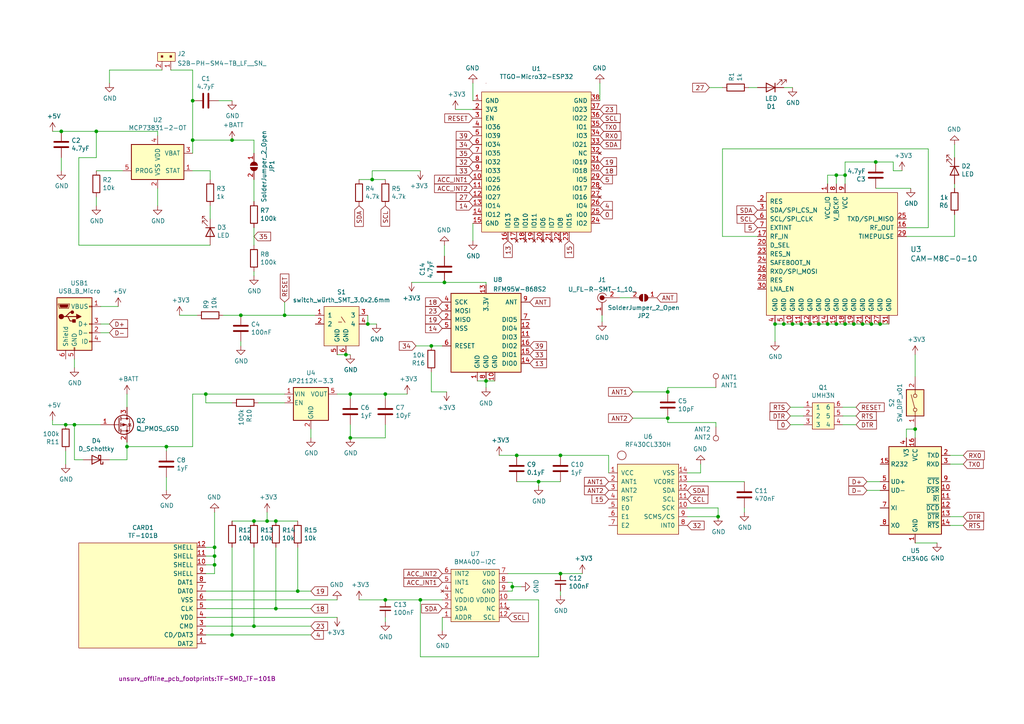
<source format=kicad_sch>
(kicad_sch (version 20211123) (generator eeschema)
  (paper "A4")
  (title_block (title "unsurv offline") (date "2021-05-14") (rev "0.2") (company "unsurv") (comment 1 "on 4.5 cm x 3 cm PCB"))
  (junction (at 254 46.99))
  (junction (at 19.05 123.19))
  (junction (at 111.76 173.99))
  (junction (at 67.31 40.64))
  (junction (at 101.6 127))
  (junction (at 27.94 38.1))
  (junction (at 193.675 121.285))
  (junction (at 67.31 184.15))
  (junction (at 36.83 129.54))
  (junction (at 232.41 93.98))
  (junction (at 73.66 181.61))
  (junction (at 247.65 93.98))
  (junction (at 149.86 132.08))
  (junction (at 111.76 114.3))
  (junction (at 82.55 91.44))
  (junction (at 107.95 52.07))
  (junction (at 193.675 113.665))
  (junction (at 17.78 38.1))
  (junction (at 80.01 151.13))
  (junction (at 252.73 93.98))
  (junction (at 208.28 149.86))
  (junction (at 80.01 176.53))
  (junction (at 245.11 93.98))
  (junction (at 224.79 93.98))
  (junction (at 237.49 93.98))
  (junction (at 162.56 132.08))
  (junction (at 240.03 93.98))
  (junction (at 156.21 139.7))
  (junction (at 55.88 29.21))
  (junction (at 100.33 102.87))
  (junction (at 229.87 93.98))
  (junction (at 128.905 81.915))
  (junction (at 121.92 173.99))
  (junction (at 255.27 93.98))
  (junction (at 125.095 100.33))
  (junction (at 106.68 93.98))
  (junction (at 55.88 40.64))
  (junction (at 227.33 93.98))
  (junction (at 73.66 151.13))
  (junction (at 148.59 170.18))
  (junction (at 77.47 151.13))
  (junction (at 234.95 93.98))
  (junction (at 242.57 50.8))
  (junction (at 69.85 91.44))
  (junction (at 48.26 129.54))
  (junction (at 162.56 166.37))
  (junction (at 59.69 114.3))
  (junction (at 265.43 124.46))
  (junction (at 250.19 93.98))
  (junction (at 101.6 114.3))
  (junction (at 245.11 50.8))
  (junction (at 242.57 93.98))
  (junction (at 21.59 123.19))
  (junction (at 62.23 158.75))
  (junction (at 86.36 171.45))
  (junction (at 62.23 163.83))
  (junction (at 62.23 161.29))
  (junction (at 140.97 110.49))
  (wire (pts (xy 64.77 91.44) (xy 69.85 91.44)))
  (wire (pts (xy 31.75 20.32) (xy 46.99 20.32)))
  (wire (pts (xy 121.92 49.53) (xy 107.95 49.53)))
  (wire (pts (xy 229.87 25.4) (xy 227.33 25.4)))
  (wire (pts (xy 125.095 100.33) (xy 128.27 100.33)))
  (wire (pts (xy 80.01 151.13) (xy 77.47 151.13)))
  (wire (pts (xy 22.86 45.72) (xy 27.94 45.72)))
  (wire (pts (xy 245.11 50.8) (xy 245.11 53.34)))
  (wire (pts (xy 73.66 78.74) (xy 73.66 80.01)))
  (wire (pts (xy 215.9 147.32) (xy 215.9 148.59)))
  (wire (pts (xy 21.59 123.19) (xy 29.21 123.19)))
  (wire (pts (xy 109.22 93.98) (xy 106.68 93.98)))
  (wire (pts (xy 224.79 93.98) (xy 227.33 93.98)))
  (wire (pts (xy 121.92 190.5) (xy 121.92 173.99)))
  (wire (pts (xy 128.905 71.12) (xy 128.905 74.295)))
  (wire (pts (xy 45.72 54.61) (xy 45.72 59.69)))
  (wire (pts (xy 207.645 112.395) (xy 193.675 112.395)))
  (wire (pts (xy 247.65 93.98) (xy 250.19 93.98)))
  (wire (pts (xy 242.57 53.34) (xy 242.57 50.8)))
  (wire (pts (xy 250.19 93.98) (xy 252.73 93.98)))
  (wire (pts (xy 276.86 45.72) (xy 276.86 41.91)))
  (wire (pts (xy 101.6 114.3) (xy 111.76 114.3)))
  (wire (pts (xy 248.285 118.11) (xy 244.475 118.11)))
  (wire (pts (xy 237.49 93.98) (xy 240.03 93.98)))
  (wire (pts (xy 90.17 171.45) (xy 86.36 171.45)))
  (wire (pts (xy 104.14 173.99) (xy 111.76 173.99)))
  (wire (pts (xy 111.76 123.19) (xy 111.76 127)))
  (wire (pts (xy 276.86 68.58) (xy 276.86 62.23)))
  (wire (pts (xy 207.645 123.825) (xy 207.645 122.555)))
  (wire (pts (xy 60.96 52.07) (xy 60.96 49.53)))
  (wire (pts (xy 36.83 129.54) (xy 48.26 129.54)))
  (wire (pts (xy 252.73 93.98) (xy 255.27 93.98)))
  (wire (pts (xy 48.26 129.54) (xy 55.88 129.54)))
  (wire (pts (xy 229.87 93.98) (xy 232.41 93.98)))
  (wire (pts (xy 15.24 121.92) (xy 15.24 123.19)))
  (wire (pts (xy 193.675 121.285) (xy 193.675 122.555)))
  (wire (pts (xy 255.27 142.24) (xy 251.46 142.24)))
  (wire (pts (xy 59.69 114.3) (xy 82.55 114.3)))
  (wire (pts (xy 15.24 123.19) (xy 19.05 123.19)))
  (wire (pts (xy 137.16 31.75) (xy 132.08 31.75)))
  (wire (pts (xy 156.21 139.7) (xy 156.21 140.97)))
  (wire (pts (xy 17.78 49.53) (xy 17.78 45.72)))
  (wire (pts (xy 255.27 93.98) (xy 257.81 93.98)))
  (wire (pts (xy 19.05 130.81) (xy 19.05 134.62)))
  (wire (pts (xy 209.55 43.18) (xy 209.55 68.58)))
  (wire (pts (xy 240.03 93.98) (xy 242.57 93.98)))
  (wire (pts (xy 244.475 123.19) (xy 248.285 123.19)))
  (wire (pts (xy 82.55 87.63) (xy 82.55 91.44)))
  (wire (pts (xy 209.55 25.4) (xy 205.74 25.4)))
  (wire (pts (xy 199.39 147.32) (xy 208.28 147.32)))
  (wire (pts (xy 59.69 166.37) (xy 62.23 166.37)))
  (wire (pts (xy 49.53 20.32) (xy 55.88 20.32)))
  (wire (pts (xy 279.4 132.08) (xy 275.59 132.08)))
  (wire (pts (xy 193.675 122.555) (xy 207.645 122.555)))
  (wire (pts (xy 67.31 116.84) (xy 59.69 116.84)))
  (wire (pts (xy 45.72 39.37) (xy 45.72 38.1)))
  (wire (pts (xy 162.56 132.08) (xy 176.53 132.08)))
  (wire (pts (xy 119.38 81.915) (xy 128.905 81.915)))
  (wire (pts (xy 22.86 71.12) (xy 22.86 45.72)))
  (wire (pts (xy 90.17 184.15) (xy 67.31 184.15)))
  (wire (pts (xy 60.96 49.53) (xy 55.88 49.53)))
  (wire (pts (xy 233.045 123.19) (xy 229.235 123.19)))
  (wire (pts (xy 55.88 40.64) (xy 55.88 29.21)))
  (wire (pts (xy 55.88 20.32) (xy 55.88 29.21)))
  (wire (pts (xy 36.83 114.3) (xy 36.83 118.11)))
  (wire (pts (xy 31.75 96.52) (xy 29.21 96.52)))
  (wire (pts (xy 104.14 52.07) (xy 107.95 52.07)))
  (wire (pts (xy 67.31 29.21) (xy 63.5 29.21)))
  (wire (pts (xy 34.29 88.9) (xy 29.21 88.9)))
  (wire (pts (xy 82.55 116.84) (xy 74.93 116.84)))
  (wire (pts (xy 59.69 181.61) (xy 73.66 181.61)))
  (wire (pts (xy 255.27 139.7) (xy 251.46 139.7)))
  (wire (pts (xy 97.79 114.3) (xy 101.6 114.3)))
  (wire (pts (xy 86.36 171.45) (xy 59.69 171.45)))
  (wire (pts (xy 269.24 66.04) (xy 269.24 43.18)))
  (wire (pts (xy 59.69 158.75) (xy 62.23 158.75)))
  (wire (pts (xy 248.285 120.65) (xy 244.475 120.65)))
  (wire (pts (xy 279.4 152.4) (xy 275.59 152.4)))
  (wire (pts (xy 259.08 46.99) (xy 254 46.99)))
  (wire (pts (xy 148.59 168.91) (xy 148.59 170.18)))
  (wire (pts (xy 156.21 190.5) (xy 121.92 190.5)))
  (wire (pts (xy 193.675 112.395) (xy 193.675 113.665)))
  (wire (pts (xy 106.68 91.44) (xy 106.68 93.98)))
  (wire (pts (xy 73.66 66.04) (xy 73.66 71.12)))
  (wire (pts (xy 149.86 139.7) (xy 156.21 139.7)))
  (wire (pts (xy 97.79 179.07) (xy 59.69 179.07)))
  (wire (pts (xy 111.76 115.57) (xy 111.76 114.3)))
  (wire (pts (xy 245.11 93.98) (xy 247.65 93.98)))
  (wire (pts (xy 59.69 161.29) (xy 62.23 161.29)))
  (wire (pts (xy 245.11 46.99) (xy 245.11 50.8)))
  (wire (pts (xy 67.31 184.15) (xy 59.69 184.15)))
  (wire (pts (xy 111.76 127) (xy 101.6 127)))
  (wire (pts (xy 55.88 114.3) (xy 59.69 114.3)))
  (wire (pts (xy 69.85 99.06) (xy 69.85 100.33)))
  (wire (pts (xy 80.01 158.75) (xy 80.01 176.53)))
  (wire (pts (xy 86.36 158.75) (xy 86.36 171.45)))
  (wire (pts (xy 27.94 49.53) (xy 35.56 49.53)))
  (wire (pts (xy 276.86 54.61) (xy 276.86 53.34)))
  (wire (pts (xy 219.71 25.4) (xy 217.17 25.4)))
  (wire (pts (xy 128.905 81.915) (xy 140.97 81.915)))
  (wire (pts (xy 111.76 173.99) (xy 121.92 173.99)))
  (wire (pts (xy 265.43 124.46) (xy 265.43 127)))
  (wire (pts (xy 140.97 110.49) (xy 143.51 110.49)))
  (wire (pts (xy 100.33 102.87) (xy 101.6 102.87)))
  (wire (pts (xy 27.94 38.1) (xy 45.72 38.1)))
  (wire (pts (xy 148.59 170.18) (xy 151.13 170.18)))
  (wire (pts (xy 269.24 43.18) (xy 209.55 43.18)))
  (wire (pts (xy 140.97 110.49) (xy 140.97 112.395)))
  (wire (pts (xy 73.66 52.07) (xy 73.66 58.42)))
  (wire (pts (xy 262.89 127) (xy 262.89 124.46)))
  (wire (pts (xy 60.96 71.12) (xy 22.86 71.12)))
  (wire (pts (xy 73.66 40.64) (xy 73.66 44.45)))
  (wire (pts (xy 259.08 49.53) (xy 259.08 46.99)))
  (wire (pts (xy 107.95 52.07) (xy 111.76 52.07)))
  (wire (pts (xy 137.16 29.21) (xy 137.16 24.13)))
  (wire (pts (xy 125.095 107.95) (xy 125.095 113.665)))
  (wire (pts (xy 140.97 81.915) (xy 140.97 82.55)))
  (wire (pts (xy 168.91 166.37) (xy 162.56 166.37)))
  (wire (pts (xy 60.96 63.5) (xy 60.96 59.69)))
  (wire (pts (xy 101.6 115.57) (xy 101.6 114.3)))
  (wire (pts (xy 183.515 121.285) (xy 193.675 121.285)))
  (wire (pts (xy 261.62 49.53) (xy 259.08 49.53)))
  (wire (pts (xy 162.56 132.08) (xy 149.86 132.08)))
  (wire (pts (xy 101.6 127) (xy 101.6 123.19)))
  (wire (pts (xy 265.43 102.87) (xy 265.43 109.22)))
  (wire (pts (xy 52.07 91.44) (xy 57.15 91.44)))
  (wire (pts (xy 21.59 133.35) (xy 24.13 133.35)))
  (wire (pts (xy 271.78 157.48) (xy 265.43 157.48)))
  (wire (pts (xy 148.59 171.45) (xy 148.59 170.18)))
  (wire (pts (xy 121.92 173.99) (xy 128.27 173.99)))
  (wire (pts (xy 31.75 133.35) (xy 36.83 133.35)))
  (wire (pts (xy 240.03 50.8) (xy 242.57 50.8)))
  (wire (pts (xy 279.4 134.62) (xy 275.59 134.62)))
  (wire (pts (xy 62.23 148.59) (xy 62.23 158.75)))
  (wire (pts (xy 242.57 93.98) (xy 245.11 93.98)))
  (wire (pts (xy 137.16 64.77) (xy 137.16 69.85)))
  (wire (pts (xy 144.78 132.08) (xy 149.86 132.08)))
  (wire (pts (xy 120.65 100.33) (xy 125.095 100.33)))
  (wire (pts (xy 111.76 179.07) (xy 111.76 180.34)))
  (wire (pts (xy 97.79 102.87) (xy 100.33 102.87)))
  (wire (pts (xy 21.59 106.68) (xy 21.59 104.14)))
  (wire (pts (xy 227.33 93.98) (xy 229.87 93.98)))
  (wire (pts (xy 111.76 114.3) (xy 118.11 114.3)))
  (wire (pts (xy 199.39 149.86) (xy 208.28 149.86)))
  (wire (pts (xy 27.94 45.72) (xy 27.94 38.1)))
  (wire (pts (xy 224.79 99.06) (xy 224.79 93.98)))
  (wire (pts (xy 67.31 40.64) (xy 73.66 40.64)))
  (wire (pts (xy 262.89 68.58) (xy 276.86 68.58)))
  (wire (pts (xy 73.66 158.75) (xy 73.66 181.61)))
  (wire (pts (xy 240.03 53.34) (xy 240.03 50.8)))
  (wire (pts (xy 62.23 158.75) (xy 62.23 161.29)))
  (wire (pts (xy 82.55 91.44) (xy 91.44 91.44)))
  (wire (pts (xy 233.045 118.11) (xy 229.235 118.11)))
  (wire (pts (xy 90.17 176.53) (xy 80.01 176.53)))
  (wire (pts (xy 173.99 29.21) (xy 173.99 24.13)))
  (wire (pts (xy 203.2 134.62) (xy 203.2 137.16)))
  (wire (pts (xy 48.26 142.24) (xy 48.26 138.43)))
  (wire (pts (xy 55.88 129.54) (xy 55.88 114.3)))
  (wire (pts (xy 209.55 68.58) (xy 219.71 68.58)))
  (wire (pts (xy 254 54.61) (xy 264.16 54.61)))
  (wire (pts (xy 262.89 124.46) (xy 265.43 124.46)))
  (wire (pts (xy 147.32 171.45) (xy 148.59 171.45)))
  (wire (pts (xy 156.21 173.99) (xy 156.21 190.5)))
  (wire (pts (xy 147.32 168.91) (xy 148.59 168.91)))
  (wire (pts (xy 67.31 40.64) (xy 55.88 40.64)))
  (wire (pts (xy 69.85 91.44) (xy 82.55 91.44)))
  (wire (pts (xy 97.79 173.99) (xy 59.69 173.99)))
  (wire (pts (xy 73.66 181.61) (xy 90.17 181.61)))
  (wire (pts (xy 67.31 158.75) (xy 67.31 184.15)))
  (wire (pts (xy 176.53 137.16) (xy 176.53 132.08)))
  (wire (pts (xy 279.4 149.86) (xy 275.59 149.86)))
  (wire (pts (xy 19.05 123.19) (xy 21.59 123.19)))
  (wire (pts (xy 77.47 151.13) (xy 77.47 148.59)))
  (wire (pts (xy 242.57 50.8) (xy 245.11 50.8)))
  (wire (pts (xy 80.01 176.53) (xy 59.69 176.53)))
  (wire (pts (xy 208.28 147.32) (xy 208.28 149.86)))
  (wire (pts (xy 27.94 59.69) (xy 27.94 57.15)))
  (wire (pts (xy 179.705 86.36) (xy 182.88 86.36)))
  (wire (pts (xy 36.83 129.54) (xy 36.83 128.27)))
  (wire (pts (xy 138.43 110.49) (xy 140.97 110.49)))
  (wire (pts (xy 203.2 137.16) (xy 199.39 137.16)))
  (wire (pts (xy 59.69 116.84) (xy 59.69 114.3)))
  (wire (pts (xy 15.24 38.1) (xy 17.78 38.1)))
  (wire (pts (xy 31.75 93.98) (xy 29.21 93.98)))
  (wire (pts (xy 17.78 38.1) (xy 27.94 38.1)))
  (wire (pts (xy 199.39 139.7) (xy 215.9 139.7)))
  (wire (pts (xy 234.95 93.98) (xy 237.49 93.98)))
  (wire (pts (xy 59.69 163.83) (xy 62.23 163.83)))
  (wire (pts (xy 62.23 163.83) (xy 62.23 166.37)))
  (wire (pts (xy 147.32 166.37) (xy 162.56 166.37)))
  (wire (pts (xy 162.56 139.7) (xy 156.21 139.7)))
  (wire (pts (xy 147.32 173.99) (xy 156.21 173.99)))
  (wire (pts (xy 86.36 151.13) (xy 80.01 151.13)))
  (wire (pts (xy 183.515 113.665) (xy 193.675 113.665)))
  (wire (pts (xy 62.23 161.29) (xy 62.23 163.83)))
  (wire (pts (xy 129.54 113.665) (xy 125.095 113.665)))
  (wire (pts (xy 174.625 91.44) (xy 174.625 93.345)))
  (wire (pts (xy 67.31 151.13) (xy 73.66 151.13)))
  (wire (pts (xy 162.56 171.45) (xy 162.56 172.72)))
  (wire (pts (xy 48.26 130.81) (xy 48.26 129.54)))
  (wire (pts (xy 107.95 49.53) (xy 107.95 52.07)))
  (wire (pts (xy 232.41 93.98) (xy 234.95 93.98)))
  (wire (pts (xy 31.75 20.32) (xy 31.75 24.13)))
  (wire (pts (xy 233.045 120.65) (xy 229.235 120.65)))
  (wire (pts (xy 254 46.99) (xy 245.11 46.99)))
  (wire (pts (xy 73.66 151.13) (xy 77.47 151.13)))
  (wire (pts (xy 55.88 44.45) (xy 55.88 40.64)))
  (wire (pts (xy 21.59 123.19) (xy 21.59 133.35)))
  (wire (pts (xy 90.17 124.46) (xy 90.17 127)))
  (wire (pts (xy 36.83 133.35) (xy 36.83 129.54)))
  (wire (pts (xy 128.27 179.07) (xy 128.27 182.88)))
  (wire (pts (xy 262.89 66.04) (xy 269.24 66.04)))
  (global_label "RX0" (shape input) (at 173.99 39.37 0) (property "Intersheet References" "${INTERSHEET_REFS}" (effects hide)))
  (global_label "ACC_INT1" (shape input) (at 128.27 168.91 180) (property "Intersheet References" "${INTERSHEET_REFS}" (effects hide)))
  (global_label "34" (shape input) (at 120.65 100.33 180) (property "Intersheet References" "${INTERSHEET_REFS}" (effects hide)))
  (global_label "SDA" (shape input) (at 219.71 60.96 180) (property "Intersheet References" "${INTERSHEET_REFS}" (effects hide)))
  (global_label "18" (shape input) (at 173.99 49.53 0) (property "Intersheet References" "${INTERSHEET_REFS}" (effects hide)))
  (global_label "18" (shape input) (at 128.27 87.63 180) (property "Intersheet References" "${INTERSHEET_REFS}" (effects hide)))
  (global_label "13" (shape input) (at 147.32 69.85 270) (property "Intersheet References" "${INTERSHEET_REFS}" (effects hide)))
  (global_label "ACC_INT2" (shape input) (at 137.16 54.61 180) (property "Intersheet References" "${INTERSHEET_REFS}" (effects hide)))
  (global_label "TX0" (shape input) (at 173.99 36.83 0) (property "Intersheet References" "${INTERSHEET_REFS}" (effects hide)))
  (global_label "15" (shape input) (at 176.53 144.78 180) (property "Intersheet References" "${INTERSHEET_REFS}" (effects hide)))
  (global_label "RESET" (shape input) (at 248.285 118.11 0) (property "Intersheet References" "${INTERSHEET_REFS}" (effects hide)))
  (global_label "SDA" (shape input) (at 173.99 41.91 0) (property "Intersheet References" "${INTERSHEET_REFS}" (effects hide)))
  (global_label "ANT1" (shape input) (at 176.53 139.7 180) (property "Intersheet References" "${INTERSHEET_REFS}" (effects hide)))
  (global_label "D-" (shape input) (at 251.46 142.24 180) (property "Intersheet References" "${INTERSHEET_REFS}" (effects hide)))
  (global_label "RTS" (shape input) (at 229.235 118.11 180) (property "Intersheet References" "${INTERSHEET_REFS}" (effects hide)))
  (global_label "ANT2" (shape input) (at 176.53 142.24 180) (property "Intersheet References" "${INTERSHEET_REFS}" (effects hide)))
  (global_label "33" (shape input) (at 153.67 102.87 0) (property "Intersheet References" "${INTERSHEET_REFS}" (effects hide)))
  (global_label "19" (shape input) (at 128.27 92.71 180) (property "Intersheet References" "${INTERSHEET_REFS}" (effects hide)))
  (global_label "4" (shape input) (at 173.99 59.69 0) (property "Intersheet References" "${INTERSHEET_REFS}" (effects hide)))
  (global_label "RESET" (shape input) (at 82.55 87.63 90) (property "Intersheet References" "${INTERSHEET_REFS}" (effects hide)))
  (global_label "39" (shape input) (at 153.67 100.33 0) (property "Intersheet References" "${INTERSHEET_REFS}" (effects hide)))
  (global_label "5" (shape input) (at 173.99 52.07 0) (property "Intersheet References" "${INTERSHEET_REFS}" (effects hide)))
  (global_label "DTR" (shape input) (at 229.235 120.65 180) (property "Intersheet References" "${INTERSHEET_REFS}" (effects hide)))
  (global_label "23" (shape input) (at 173.99 31.75 0) (property "Intersheet References" "${INTERSHEET_REFS}" (effects hide)))
  (global_label "0" (shape input) (at 173.99 62.23 0) (property "Intersheet References" "${INTERSHEET_REFS}" (effects hide)))
  (global_label "D-" (shape input) (at 31.75 96.52 0) (property "Intersheet References" "${INTERSHEET_REFS}" (effects hide)))
  (global_label "SDA" (shape input) (at 104.14 59.69 270) (property "Intersheet References" "${INTERSHEET_REFS}" (effects hide)))
  (global_label "RTS" (shape input) (at 279.4 152.4 0) (property "Intersheet References" "${INTERSHEET_REFS}" (effects hide)))
  (global_label "SCL" (shape input) (at 173.99 34.29 0) (property "Intersheet References" "${INTERSHEET_REFS}" (effects hide)))
  (global_label "23" (shape input) (at 128.27 90.17 180) (property "Intersheet References" "${INTERSHEET_REFS}" (effects hide)))
  (global_label "0" (shape input) (at 229.235 123.19 180) (property "Intersheet References" "${INTERSHEET_REFS}" (effects hide)))
  (global_label "15" (shape input) (at 165.1 69.85 270) (property "Intersheet References" "${INTERSHEET_REFS}" (effects hide)))
  (global_label "ANT2" (shape input) (at 183.515 121.285 180) (property "Intersheet References" "${INTERSHEET_REFS}" (effects hide)))
  (global_label "ACC_INT2" (shape input) (at 128.27 166.37 180) (property "Intersheet References" "${INTERSHEET_REFS}" (effects hide)))
  (global_label "ACC_INT1" (shape input) (at 137.16 52.07 180) (property "Intersheet References" "${INTERSHEET_REFS}" (effects hide)))
  (global_label "SCL" (shape input) (at 147.32 179.07 0) (property "Intersheet References" "${INTERSHEET_REFS}" (effects hide)))
  (global_label "39" (shape input) (at 137.16 39.37 180) (property "Intersheet References" "${INTERSHEET_REFS}" (effects hide)))
  (global_label "SCL" (shape input) (at 111.76 59.69 270) (property "Intersheet References" "${INTERSHEET_REFS}" (effects hide)))
  (global_label "RTS" (shape input) (at 248.285 120.65 0) (property "Intersheet References" "${INTERSHEET_REFS}" (effects hide)))
  (global_label "RESET" (shape input) (at 137.16 34.29 180) (property "Intersheet References" "${INTERSHEET_REFS}" (effects hide)))
  (global_label "D+" (shape input) (at 31.75 93.98 0) (property "Intersheet References" "${INTERSHEET_REFS}" (effects hide)))
  (global_label "35" (shape input) (at 73.66 68.58 0) (property "Intersheet References" "${INTERSHEET_REFS}" (effects hide)))
  (global_label "19" (shape input) (at 90.17 171.45 0) (property "Intersheet References" "${INTERSHEET_REFS}" (effects hide)))
  (global_label "33" (shape input) (at 137.16 49.53 180) (property "Intersheet References" "${INTERSHEET_REFS}" (effects hide)))
  (global_label "32" (shape input) (at 199.39 152.4 0) (property "Intersheet References" "${INTERSHEET_REFS}" (effects hide)))
  (global_label "32" (shape input) (at 137.16 46.99 180) (property "Intersheet References" "${INTERSHEET_REFS}" (effects hide)))
  (global_label "ANT" (shape input) (at 190.5 86.36 0) (property "Intersheet References" "${INTERSHEET_REFS}" (effects hide)))
  (global_label "14" (shape input) (at 137.16 59.69 180) (property "Intersheet References" "${INTERSHEET_REFS}" (effects hide)))
  (global_label "DTR" (shape input) (at 279.4 149.86 0) (property "Intersheet References" "${INTERSHEET_REFS}" (effects hide)))
  (global_label "SCL" (shape input) (at 219.71 63.5 180) (property "Intersheet References" "${INTERSHEET_REFS}" (effects hide)))
  (global_label "DTR" (shape input) (at 248.285 123.19 0) (property "Intersheet References" "${INTERSHEET_REFS}" (effects hide)))
  (global_label "SDA" (shape input) (at 128.27 176.53 180) (property "Intersheet References" "${INTERSHEET_REFS}" (effects hide)))
  (global_label "13" (shape input) (at 153.67 105.41 0) (property "Intersheet References" "${INTERSHEET_REFS}" (effects hide)))
  (global_label "ANT" (shape input) (at 153.67 87.63 0) (property "Intersheet References" "${INTERSHEET_REFS}" (effects hide)))
  (global_label "TX0" (shape input) (at 279.4 134.62 0) (property "Intersheet References" "${INTERSHEET_REFS}" (effects hide)))
  (global_label "4" (shape input) (at 90.17 184.15 0) (property "Intersheet References" "${INTERSHEET_REFS}" (effects hide)))
  (global_label "27" (shape input) (at 137.16 57.15 180) (property "Intersheet References" "${INTERSHEET_REFS}" (effects hide)))
  (global_label "34" (shape input) (at 137.16 41.91 180) (property "Intersheet References" "${INTERSHEET_REFS}" (effects hide)))
  (global_label "SCL" (shape input) (at 199.39 144.78 0) (property "Intersheet References" "${INTERSHEET_REFS}" (effects hide)))
  (global_label "19" (shape input) (at 173.99 46.99 0) (property "Intersheet References" "${INTERSHEET_REFS}" (effects hide)))
  (global_label "5" (shape input) (at 219.71 66.04 180) (property "Intersheet References" "${INTERSHEET_REFS}" (effects hide)))
  (global_label "27" (shape input) (at 205.74 25.4 180) (property "Intersheet References" "${INTERSHEET_REFS}" (effects hide)))
  (global_label "D+" (shape input) (at 251.46 139.7 180) (property "Intersheet References" "${INTERSHEET_REFS}" (effects hide)))
  (global_label "35" (shape input) (at 137.16 44.45 180) (property "Intersheet References" "${INTERSHEET_REFS}" (effects hide)))
  (global_label "SDA" (shape input) (at 199.39 142.24 0) (property "Intersheet References" "${INTERSHEET_REFS}" (effects hide)))
  (global_label "14" (shape input) (at 128.27 95.25 180) (property "Intersheet References" "${INTERSHEET_REFS}" (effects hide)))
  (global_label "ANT1" (shape input) (at 183.515 113.665 180) (property "Intersheet References" "${INTERSHEET_REFS}" (effects hide)))
  (global_label "RX0" (shape input) (at 279.4 132.08 0) (property "Intersheet References" "${INTERSHEET_REFS}" (effects hide)))
  (global_label "23" (shape input) (at 90.17 181.61 0) (property "Intersheet References" "${INTERSHEET_REFS}" (effects hide)))
  (global_label "18" (shape input) (at 90.17 176.53 0) (property "Intersheet References" "${INTERSHEET_REFS}" (effects hide)))
  (symbol (lib_id "Battery_Management:MCP73831-2-OT") (at 45.72 46.99 0) (unit 1)
    (property "Reference" "U2" (at 45.72 34.7726 0))
    (property "Value" "MCP73831-2-OT" (at 45.72 37.084 0))
    (property "Footprint" "Package_TO_SOT_SMD:SOT-23-5" (effects hide))
    (property "Datasheet" "http://ww1.microchip.com/downloads/en/DeviceDoc/20001984g.pdf" (effects hide))
  )
  (symbol (lib_id "power:GND") (at 21.59 106.68 0) (unit 1)
    (property "Reference" "#PWR025" (effects hide))
    (property "Value" "GND" (at 21.717 111.0742 0))
  )
  (symbol (lib_id "Device:C") (at 59.69 29.21 270) (unit 1)
    (property "Reference" "C1" (at 59.69 22.8092 90))
    (property "Value" "4.7yF" (at 59.69 25.1206 90))
    (property "Footprint" "Capacitor_SMD:C_0603_1608Metric" (effects hide))
  )
  (symbol (lib_id "Device:C") (at 17.78 41.91 180) (unit 1)
    (property "Reference" "C2" (at 20.701 40.7416 0) (effects (justify right)))
    (property "Value" "4.7yF" (at 20.701 43.053 0) (effects (justify right)))
    (property "Footprint" "Capacitor_SMD:C_0603_1608Metric" (effects hide))
  )
  (symbol (lib_id "Device:R") (at 27.94 53.34 0) (unit 1)
    (property "Reference" "R2" (at 29.718 52.1716 0) (effects (justify left)))
    (property "Value" "10k" (at 29.718 54.483 0) (effects (justify left)))
    (property "Footprint" "Resistor_SMD:R_0603_1608Metric" (effects hide))
  )
  (symbol (lib_id "Device:R") (at 60.96 55.88 0) (unit 1)
    (property "Reference" "R3" (at 62.738 54.7116 0) (effects (justify left)))
    (property "Value" "1k" (at 62.738 57.023 0) (effects (justify left)))
    (property "Footprint" "Resistor_SMD:R_0603_1608Metric" (effects hide))
  )
  (symbol (lib_id "Device:LED") (at 60.96 67.31 270) (unit 1)
    (property "Reference" "D3" (at 62.9412 65.9638 90) (effects (justify left)))
    (property "Value" "LED" (at 62.9412 68.2752 90) (effects (justify left)))
    (property "Footprint" "digikey-footprints:LED_0603" (effects hide))
  )
  (symbol (lib_id "power:GND") (at 45.72 59.69 0) (unit 1)
    (property "Reference" "#PWR015" (effects hide))
    (property "Value" "GND" (at 45.847 64.0842 0))
  )
  (symbol (lib_id "power:GND") (at 27.94 59.69 0) (unit 1)
    (property "Reference" "#PWR014" (effects hide))
    (property "Value" "GND" (at 28.067 64.0842 0))
  )
  (symbol (lib_id "power:GND") (at 17.78 49.53 0) (unit 1)
    (property "Reference" "#PWR010" (effects hide))
    (property "Value" "GND" (at 17.907 53.9242 0))
  )
  (symbol (lib_id "power:GND") (at 67.31 29.21 0) (unit 1)
    (property "Reference" "#PWR05" (effects hide))
    (property "Value" "GND" (at 67.437 33.6042 0))
  )
  (symbol (lib_id "power:GND") (at 31.75 24.13 0) (unit 1)
    (property "Reference" "#PWR01" (effects hide))
    (property "Value" "GND" (at 31.877 28.5242 0))
  )
  (symbol (lib_id "power:+BATT") (at 67.31 40.64 0) (unit 1)
    (property "Reference" "#PWR08" (effects hide))
    (property "Value" "+BATT" (at 67.691 36.2458 0))
  )
  (symbol (lib_id "power:+5V") (at 34.29 88.9 0) (unit 1)
    (property "Reference" "#PWR018" (effects hide))
    (property "Value" "+5V" (at 34.671 84.5058 0))
  )
  (symbol (lib_id "power:+5V") (at 15.24 38.1 0) (unit 1)
    (property "Reference" "#PWR07" (effects hide))
    (property "Value" "+5V" (at 15.621 33.7058 0))
  )
  (symbol (lib_id "power:+5V") (at 15.24 121.92 0) (unit 1)
    (property "Reference" "#PWR028" (effects hide))
    (property "Value" "+5V" (at 15.621 117.5258 0))
  )
  (symbol (lib_id "power:+3.3V") (at 77.47 148.59 0) (unit 1)
    (property "Reference" "#PWR037" (effects hide))
    (property "Value" "+3.3V" (at 77.851 144.1958 0))
  )
  (symbol (lib_id "power:+3.3V") (at 97.79 179.07 180) (unit 1)
    (property "Reference" "#PWR046" (effects hide))
    (property "Value" "+3.3V" (at 97.409 183.4642 0))
  )
  (symbol (lib_id "Device:R") (at 67.31 154.94 0) (unit 1)
    (property "Reference" "R12" (at 69.088 153.7716 0) (effects (justify left)))
    (property "Value" "10k" (at 69.088 156.083 0) (effects (justify left)))
    (property "Footprint" "Resistor_SMD:R_0603_1608Metric" (effects hide))
  )
  (symbol (lib_id "Device:R") (at 73.66 154.94 0) (unit 1)
    (property "Reference" "R13" (at 75.438 153.7716 0) (effects (justify left)))
    (property "Value" "10k" (at 75.438 156.083 0) (effects (justify left)))
    (property "Footprint" "Resistor_SMD:R_0603_1608Metric" (effects hide))
  )
  (symbol (lib_id "Device:R") (at 80.01 154.94 0) (unit 1)
    (property "Reference" "R14" (at 81.788 153.7716 0) (effects (justify left)))
    (property "Value" "10k" (at 81.788 156.083 0) (effects (justify left)))
    (property "Footprint" "Resistor_SMD:R_0603_1608Metric" (effects hide))
  )
  (symbol (lib_id "Device:R") (at 86.36 154.94 0) (unit 1)
    (property "Reference" "R15" (at 88.138 153.7716 0) (effects (justify left)))
    (property "Value" "10k" (at 88.138 156.083 0) (effects (justify left)))
    (property "Footprint" "Resistor_SMD:R_0603_1608Metric" (effects hide))
  )
  (symbol (lib_id "power:GND") (at 97.79 173.99 180) (unit 1)
    (property "Reference" "#PWR044" (effects hide))
    (property "Value" "GND" (at 97.663 169.5958 0))
  )
  (symbol (lib_id "power:GND") (at 62.23 148.59 180) (unit 1)
    (property "Reference" "#PWR036" (effects hide))
    (property "Value" "GND" (at 62.103 144.1958 0))
  )
  (symbol (lib_id "power:+3.3V") (at 121.92 49.53 180) (unit 1)
    (property "Reference" "#PWR011" (effects hide))
    (property "Value" "+3.3V" (at 121.539 53.9242 0))
  )
  (symbol (lib_id "Device:R") (at 104.14 55.88 0) (unit 1)
    (property "Reference" "R4" (at 105.918 54.7116 0) (effects (justify left)))
    (property "Value" "4.7k" (at 105.918 57.023 0) (effects (justify left)))
    (property "Footprint" "Resistor_SMD:R_0603_1608Metric" (effects hide))
  )
  (symbol (lib_id "Device:R") (at 111.76 55.88 0) (unit 1)
    (property "Reference" "R5" (at 113.538 54.7116 0) (effects (justify left)))
    (property "Value" "4.7k" (at 113.538 57.023 0) (effects (justify left)))
    (property "Footprint" "Resistor_SMD:R_0603_1608Metric" (effects hide))
  )
  (symbol (lib_id "unsurv_offline_pcb_symbols:TF-101B") (at 57.15 186.69 0) (unit 1)
    (property "Reference" "CARD1" (at 41.4782 153.035 0))
    (property "Value" "TF-101B" (at 41.4782 155.3464 0))
    (property "Footprint" "unsurv_offline_pcb_footprints:TF-SMD_TF-101B" (at 57.15 196.85 0))
  )
  (symbol (lib_id "Interface_USB:CH340G") (at 265.43 142.24 0) (unit 1)
    (property "Reference" "U5" (at 265.43 159.7406 0))
    (property "Value" "CH340G" (at 265.43 162.052 0))
    (property "Footprint" "Package_SO:SOIC-16_3.9x9.9mm_P1.27mm" (effects hide))
    (property "Datasheet" "http://www.datasheet5.com/pdf-local-2195953" (effects hide))
  )
  (symbol (lib_id "unsurv_offline_pcb_symbols:UMH3N") (at 238.125 120.65 0) (unit 1)
    (property "Reference" "Q1" (at 238.76 112.395 0))
    (property "Value" "UMH3N" (at 238.76 114.7064 0))
    (property "Footprint" "unsurv_offline_pcb_footprints:UMH3N" (effects hide))
  )
  (symbol (lib_id "power:+3.3V") (at 265.43 102.87 0) (unit 1)
    (property "Reference" "#PWR024" (effects hide))
    (property "Value" "+3.3V" (at 265.811 98.4758 0))
  )
  (symbol (lib_id "power:GND") (at 271.78 157.48 0) (unit 1)
    (property "Reference" "#PWR040" (effects hide))
    (property "Value" "GND" (at 271.907 161.8742 0))
  )
  (symbol (lib_id "power:+BATT") (at 36.83 114.3 0) (unit 1)
    (property "Reference" "#PWR026" (effects hide))
    (property "Value" "+BATT" (at 37.211 109.9058 0))
  )
  (symbol (lib_id "Device:D_Schottky") (at 27.94 133.35 180) (unit 1)
    (property "Reference" "D4" (at 27.94 127.8636 0))
    (property "Value" "D_Schottky" (at 27.94 130.175 0))
    (property "Footprint" "Diode_SMD:D_SOD-323" (effects hide))
  )
  (symbol (lib_id "Device:Q_PMOS_GSD") (at 34.29 123.19 0) (unit 1)
    (property "Reference" "Q2" (at 39.497 122.0216 0) (effects (justify left)))
    (property "Value" "Q_PMOS_GSD" (at 39.497 124.333 0) (effects (justify left)))
    (property "Footprint" "Package_TO_SOT_SMD:SOT-23" (effects hide))
  )
  (symbol (lib_id "Device:LED") (at 223.52 25.4 180) (unit 1)
    (property "Reference" "D1" (at 223.6978 30.8864 0))
    (property "Value" "LED" (at 223.6978 28.575 0))
    (property "Footprint" "digikey-footprints:LED_0603" (effects hide))
  )
  (symbol (lib_id "Device:R") (at 213.36 25.4 90) (unit 1)
    (property "Reference" "R1" (at 212.1916 23.622 0) (effects (justify left)))
    (property "Value" "1k" (at 214.503 23.622 0) (effects (justify left)))
    (property "Footprint" "Resistor_SMD:R_0603_1608Metric" (effects hide))
  )
  (symbol (lib_id "Device:R") (at 19.05 127 180) (unit 1)
    (property "Reference" "R11" (at 17.272 128.1684 0) (effects (justify left)))
    (property "Value" "100k" (at 17.272 125.857 0) (effects (justify left)))
    (property "Footprint" "Resistor_SMD:R_0603_1608Metric" (effects hide))
  )
  (symbol (lib_id "power:GND") (at 19.05 134.62 0) (unit 1)
    (property "Reference" "#PWR032" (effects hide))
    (property "Value" "GND" (at 19.177 139.0142 0))
  )
  (symbol (lib_id "Device:R") (at 60.96 91.44 90) (unit 1)
    (property "Reference" "R9" (at 59.7916 89.662 0) (effects (justify left)))
    (property "Value" "10k" (at 62.103 89.662 0) (effects (justify left)))
    (property "Footprint" "Resistor_SMD:R_0603_1608Metric" (effects hide))
  )
  (symbol (lib_id "Device:R") (at 73.66 62.23 0) (unit 1)
    (property "Reference" "R7" (at 75.438 61.0616 0) (effects (justify left)))
    (property "Value" "100k" (at 75.438 63.373 0) (effects (justify left)))
    (property "Footprint" "Resistor_SMD:R_0603_1608Metric" (effects hide))
  )
  (symbol (lib_id "Device:R") (at 73.66 74.93 0) (unit 1)
    (property "Reference" "R8" (at 75.438 73.7616 0) (effects (justify left)))
    (property "Value" "100k" (at 75.438 76.073 0) (effects (justify left)))
    (property "Footprint" "Resistor_SMD:R_0603_1608Metric" (effects hide))
  )
  (symbol (lib_id "power:GND") (at 73.66 80.01 0) (unit 1)
    (property "Reference" "#PWR017" (effects hide))
    (property "Value" "GND" (at 73.787 84.4042 0))
  )
  (symbol (lib_id "power:+3.3V") (at 261.62 49.53 0) (unit 1)
    (property "Reference" "#PWR012" (effects hide))
    (property "Value" "+3.3V" (at 262.001 45.1358 0))
  )
  (symbol (lib_id "Device:LED") (at 276.86 49.53 270) (unit 1)
    (property "Reference" "D2" (at 278.8412 48.1838 90) (effects (justify left)))
    (property "Value" "LED" (at 278.8412 50.4952 90) (effects (justify left)))
    (property "Footprint" "digikey-footprints:LED_0603" (effects hide))
  )
  (symbol (lib_id "power:+3.3V") (at 52.07 91.44 0) (unit 1)
    (property "Reference" "#PWR019" (effects hide))
    (property "Value" "+3.3V" (at 52.451 87.0458 0))
  )
  (symbol (lib_id "Device:R") (at 276.86 58.42 180) (unit 1)
    (property "Reference" "R6" (at 275.082 59.5884 0) (effects (justify left)))
    (property "Value" "1k" (at 275.082 57.277 0) (effects (justify left)))
    (property "Footprint" "Resistor_SMD:R_0603_1608Metric" (effects hide))
  )
  (symbol (lib_id "power:GND") (at 276.86 41.91 180) (unit 1)
    (property "Reference" "#PWR09" (effects hide))
    (property "Value" "GND" (at 276.733 37.5158 0))
  )
  (symbol (lib_id "power:GND") (at 109.22 93.98 0) (unit 1)
    (property "Reference" "#PWR020" (effects hide))
    (property "Value" "GND" (at 109.347 98.3742 0))
  )
  (symbol (lib_id "Device:C") (at 69.85 95.25 0) (unit 1)
    (property "Reference" "C4" (at 72.771 94.0816 0) (effects (justify left)))
    (property "Value" "100nF" (at 72.771 96.393 0) (effects (justify left)))
    (property "Footprint" "Capacitor_SMD:C_0603_1608Metric" (effects hide))
  )
  (symbol (lib_id "power:GND") (at 69.85 100.33 0) (unit 1)
    (property "Reference" "#PWR022" (effects hide))
    (property "Value" "GND" (at 69.977 104.7242 0))
  )
  (symbol (lib_id "Regulator_Linear:AP2112K-3.3") (at 90.17 116.84 0) (unit 1)
    (property "Reference" "U4" (at 90.17 108.1532 0))
    (property "Value" "AP2112K-3.3" (at 90.17 110.4646 0))
    (property "Footprint" "Package_TO_SOT_SMD:SOT-23-5" (effects hide))
    (property "Datasheet" "https://www.diodes.com/assets/Datasheets/AP2112.pdf" (effects hide))
  )
  (symbol (lib_id "Device:R") (at 71.12 116.84 270) (unit 1)
    (property "Reference" "R10" (at 72.2884 118.618 0) (effects (justify left)))
    (property "Value" "100k" (at 69.977 118.618 0) (effects (justify left)))
    (property "Footprint" "Resistor_SMD:R_0603_1608Metric" (effects hide))
  )
  (symbol (lib_id "power:GND") (at 90.17 127 0) (unit 1)
    (property "Reference" "#PWR029" (effects hide))
    (property "Value" "GND" (at 90.297 131.3942 0))
  )
  (symbol (lib_id "Device:C") (at 48.26 134.62 180) (unit 1)
    (property "Reference" "C8" (at 51.181 133.4516 0) (effects (justify right)))
    (property "Value" "1yF" (at 51.181 135.763 0) (effects (justify right)))
    (property "Footprint" "Capacitor_SMD:C_0603_1608Metric" (effects hide))
  )
  (symbol (lib_id "power:GND") (at 48.26 142.24 0) (unit 1)
    (property "Reference" "#PWR035" (effects hide))
    (property "Value" "GND" (at 48.387 146.6342 0))
  )
  (symbol (lib_id "Device:C") (at 101.6 119.38 180) (unit 1)
    (property "Reference" "C6" (at 104.521 118.2116 0) (effects (justify right)))
    (property "Value" "1yF" (at 104.521 120.523 0) (effects (justify right)))
    (property "Footprint" "Capacitor_SMD:C_0603_1608Metric" (effects hide))
  )
  (symbol (lib_id "power:GND") (at 101.6 127 0) (unit 1)
    (property "Reference" "#PWR030" (effects hide))
    (property "Value" "GND" (at 101.727 131.3942 0))
  )
  (symbol (lib_id "power:+3.3V") (at 118.11 114.3 0) (unit 1)
    (property "Reference" "#PWR027" (effects hide))
    (property "Value" "+3.3V" (at 118.491 109.9058 0))
  )
  (symbol (lib_id "power:GND") (at 229.87 25.4 0) (unit 1)
    (property "Reference" "#PWR04" (effects hide))
    (property "Value" "GND" (at 229.997 29.7942 0))
  )
  (symbol (lib_id "Switch:SW_DIP_x01") (at 265.43 116.84 90) (unit 1)
    (property "Reference" "S2" (at 258.6482 116.84 0))
    (property "Value" "SW_DIP_x01" (at 260.9596 116.84 0))
    (property "Footprint" "unsurv_offline_pcb_footprints:CHS-01TA" (effects hide))
  )
  (symbol (lib_id "Connector:USB_B_Micro") (at 21.59 93.98 0) (unit 1)
    (property "Reference" "USB1" (at 23.0378 82.1182 0))
    (property "Value" "USB_B_Micro" (at 23.0378 84.4296 0))
    (property "Footprint" "Connector_USB:USB_Micro-B_Amphenol_10103594-0001LF_Horizontal" (effects hide))
  )
  (symbol (lib_id "Device:C") (at 111.76 119.38 180) (unit 1)
    (property "Reference" "C7" (at 114.681 118.2116 0) (effects (justify right)))
    (property "Value" "10yF" (at 114.681 120.523 0) (effects (justify right)))
    (property "Footprint" "Capacitor_SMD:C_0603_1608Metric" (effects hide))
  )
  (symbol (lib_id "dk_RF-Receivers:CAM-M8C-0-10") (at 240.03 68.58 0) (unit 1)
    (property "Reference" "U3" (at 264.0076 72.3138 0) (effects (font (size 1.524 1.524)) (justify left)))
    (property "Value" "CAM-M8C-0-10" (at 264.0076 75.0062 0) (effects (font (size 1.524 1.524)) (justify left)))
    (property "Footprint" "unsurv_offline_pcb_footprints:GPS_Module_CAM-M8C-0" (effects hide))
    (property "Datasheet" "https://www.u-blox.com/sites/default/files/CAM-M8-FW3_DataSheet_%28UBX-15031574%29.pdf" (effects hide))
    (property "Digi-Key_PN" "672-CAM-M8C-0-10CT-ND" (effects hide))
    (property "MPN" "CAM-M8C-0-10" (effects hide))
    (property "Category" "RF/IF and RFID" (effects hide))
    (property "Family" "RF Receivers" (effects hide))
    (property "DK_Datasheet_Link" "https://www.u-blox.com/sites/default/files/CAM-M8-FW3_DataSheet_%28UBX-15031574%29.pdf" (effects hide))
    (property "DK_Detail_Page" "/product-detail/en/u-blox-america-inc/CAM-M8C-0-10/672-CAM-M8C-0-10CT-ND/6150677" (effects hide))
    (property "Description" "RF RCVR GNSS/GPS 1.575GHZ MODULE" (effects hide))
    (property "Manufacturer" "U-Blox America Inc." (effects hide))
    (property "Status" "Active" (effects hide))
  )
  (symbol (lib_id "Device:C") (at 193.675 117.475 0) (unit 1)
    (property "Reference" "C5" (at 196.596 116.3066 0) (effects (justify left)))
    (property "Value" "10pF" (at 196.596 118.618 0) (effects (justify left)))
    (property "Footprint" "Capacitor_SMD:C_0603_1608Metric" (effects hide))
  )
  (symbol (lib_id "Connector:TestPoint") (at 207.645 112.395 0) (unit 1)
    (property "Reference" "ANT1" (at 209.1182 109.3978 0) (effects (justify left)))
    (property "Value" "ANT1" (at 209.1182 111.7092 0) (effects (justify left)))
    (property "Footprint" "unsurv_offline_pcb_footprints:PogoPin_2_2mm_circular" (effects hide))
  )
  (symbol (lib_id "Connector:TestPoint") (at 207.645 123.825 180) (unit 1)
    (property "Reference" "ANT2" (at 206.1718 126.8222 0) (effects (justify left)))
    (property "Value" "ANT2" (at 206.1718 124.5108 0) (effects (justify left)))
    (property "Footprint" "unsurv_offline_pcb_footprints:PogoPin_2_2mm_circular" (effects hide))
  )
  (symbol (lib_id "Device:C") (at 254 50.8 180) (unit 1)
    (property "Reference" "C3" (at 251.079 51.9684 0) (effects (justify left)))
    (property "Value" "4.7yF" (at 251.079 49.657 0) (effects (justify left)))
    (property "Footprint" "Capacitor_SMD:C_0603_1608Metric" (effects hide))
  )
  (symbol (lib_id "power:GND") (at 264.16 54.61 0) (unit 1)
    (property "Reference" "#PWR013" (effects hide))
    (property "Value" "GND" (at 264.287 59.0042 0))
  )
  (symbol (lib_id "unsurv_offline_pcb_symbols:TTGO-Micro32-ESP32") (at 154.94 44.45 0) (unit 1)
    (property "Reference" "U1" (at 155.575 19.939 0))
    (property "Value" "TTGO-Micro32-ESP32" (at 155.575 22.2504 0))
    (property "Footprint" "unsurv_offline_pcb_footprints:TTGO-Micro32-ESP32" (effects hide))
  )
  (symbol (lib_id "power:+3V3") (at 132.08 31.75 0) (unit 1)
    (property "Reference" "#PWR06" (effects hide))
    (property "Value" "+3V3" (at 132.461 27.3558 0))
  )
  (symbol (lib_id "Device:C") (at 215.9 143.51 0) (unit 1)
    (property "Reference" "C11" (at 218.821 142.3416 0) (effects (justify left)))
    (property "Value" "470nF" (at 218.821 144.653 0) (effects (justify left)))
    (property "Footprint" "Capacitor_SMD:C_0603_1608Metric" (effects hide))
  )
  (symbol (lib_id "power:GND") (at 215.9 148.59 0) (unit 1)
    (property "Reference" "#PWR038" (effects hide))
    (property "Value" "GND" (at 216.027 152.9842 0))
  )
  (symbol (lib_id "power:GND") (at 101.6 102.87 0) (unit 1)
    (property "Reference" "#PWR023" (effects hide))
    (property "Value" "GND" (at 101.727 107.2642 0))
  )
  (symbol (lib_id "power:GND") (at 137.16 24.13 180) (unit 1)
    (property "Reference" "#PWR02" (effects hide))
    (property "Value" "GND" (at 137.033 19.7358 0))
  )
  (symbol (lib_id "power:GND") (at 173.99 24.13 180) (unit 1)
    (property "Reference" "#PWR03" (effects hide))
    (property "Value" "GND" (at 173.863 19.7358 0))
  )
  (symbol (lib_id "power:GND") (at 137.16 69.85 0) (unit 1)
    (property "Reference" "#PWR016" (effects hide))
    (property "Value" "GND" (at 137.287 74.2442 0))
  )
  (symbol (lib_id "Device:C") (at 162.56 135.89 0) (unit 1)
    (property "Reference" "C10" (at 165.481 134.7216 0) (effects (justify left)))
    (property "Value" "1yF" (at 165.481 137.033 0) (effects (justify left)))
    (property "Footprint" "Capacitor_SMD:C_0603_1608Metric" (effects hide))
  )
  (symbol (lib_id "Device:C") (at 149.86 135.89 0) (unit 1)
    (property "Reference" "C9" (at 152.781 134.7216 0) (effects (justify left)))
    (property "Value" "0.1yF" (at 152.781 137.033 0) (effects (justify left)))
    (property "Footprint" "Capacitor_SMD:C_0603_1608Metric" (effects hide))
  )
  (symbol (lib_id "power:GND") (at 156.21 140.97 0) (unit 1)
    (property "Reference" "#PWR034" (effects hide))
    (property "Value" "GND" (at 156.337 145.3642 0))
  )
  (symbol (lib_id "power:+3.3V") (at 144.78 132.08 0) (unit 1)
    (property "Reference" "#PWR031" (effects hide))
    (property "Value" "+3.3V" (at 145.161 127.6858 0))
  )
  (symbol (lib_id "unsurv_offline_pcb_symbols:switch_würth_SMT_3.0x2.6mm") (at 93.98 97.79 0) (unit 1)
    (property "Reference" "S1" (at 99.06 84.709 0))
    (property "Value" "switch_würth_SMT_3.0x2.6mm" (at 99.06 87.0204 0))
    (property "Footprint" "unsurv_offline_pcb_footprints:würth_SMT_3.0x2.6mm" (effects hide))
  )
  (symbol (lib_id "Jumper:SolderJumper_2_Open") (at 73.66 48.26 270) (unit 1)
    (property "Reference" "JP1" (at 78.867 48.26 0))
    (property "Value" "SolderJumper_2_Open" (at 76.5556 48.26 0))
    (property "Footprint" "Jumper:SolderJumper-2_P1.3mm_Open_RoundedPad1.0x1.5mm" (effects hide))
  )
  (symbol (lib_id "unsurv_offline_pcb_symbols:RF430CL330H") (at 187.96 146.05 0) (unit 1)
    (property "Reference" "U6" (at 187.96 126.619 0))
    (property "Value" "RF430CL330H" (at 187.96 128.9304 0))
    (property "Footprint" "unsurv_offline_pcb_footprints:RF430CL330H" (effects hide))
  )
  (symbol (lib_id "power:GND") (at 224.79 99.06 0) (unit 1)
    (property "Reference" "#PWR021" (effects hide))
    (property "Value" "GND" (at 224.917 103.4542 0))
  )
  (symbol (lib_id "power:GND") (at 203.2 134.62 180) (unit 1)
    (property "Reference" "#PWR033" (effects hide))
    (property "Value" "GND" (at 203.073 130.2258 0))
  )
  (symbol (lib_id "power:GND") (at 208.28 149.86 0) (unit 1)
    (property "Reference" "#PWR039" (effects hide))
    (property "Value" "GND" (at 208.407 154.2542 0))
  )
  (symbol (lib_id "unsurv_offline_pcb_symbols:BMA400-I2C") (at 138.43 181.61 0) (unit 1)
    (property "Reference" "U7" (at 137.795 160.655 0))
    (property "Value" "BMA400-I2C" (at 137.795 162.9664 0))
    (property "Footprint" "unsurv_offline_pcb_footprints:BMA400" (effects hide))
  )
  (symbol (lib_id "power:+3V3") (at 168.91 166.37 0) (unit 1)
    (property "Reference" "#PWR041" (effects hide))
    (property "Value" "+3V3" (at 169.291 161.9758 0))
  )
  (symbol (lib_id "power:GND") (at 151.13 170.18 90) (unit 1)
    (property "Reference" "#PWR042" (effects hide))
    (property "Value" "GND" (at 155.5242 170.053 0))
  )
  (symbol (lib_id "Device:C_Small") (at 162.56 168.91 0) (unit 1)
    (property "Reference" "C12" (at 164.8968 167.7416 0) (effects (justify left)))
    (property "Value" "100nF" (at 164.8968 170.053 0) (effects (justify left)))
    (property "Footprint" "Capacitor_SMD:C_0603_1608Metric" (effects hide))
  )
  (symbol (lib_id "power:GND") (at 162.56 172.72 0) (unit 1)
    (property "Reference" "#PWR043" (effects hide))
    (property "Value" "GND" (at 162.687 177.1142 0))
  )
  (symbol (lib_id "power:+3V3") (at 104.14 173.99 0) (unit 1)
    (property "Reference" "#PWR045" (effects hide))
    (property "Value" "+3V3" (at 104.521 169.5958 0))
  )
  (symbol (lib_id "Device:C_Small") (at 111.76 176.53 0) (unit 1)
    (property "Reference" "C13" (at 114.0968 175.3616 0) (effects (justify left)))
    (property "Value" "100nF" (at 114.0968 177.673 0) (effects (justify left)))
    (property "Footprint" "Capacitor_SMD:C_0603_1608Metric" (effects hide))
  )
  (symbol (lib_id "power:GND") (at 111.76 180.34 0) (unit 1)
    (property "Reference" "#PWR047" (effects hide))
    (property "Value" "GND" (at 111.887 184.7342 0))
  )
  (symbol (lib_id "power:GND") (at 128.27 182.88 0) (unit 1)
    (property "Reference" "#PWR048" (effects hide))
    (property "Value" "GND" (at 128.397 187.2742 0))
  )
  (symbol (lib_id "Device:C") (at 128.905 78.105 0) (unit 1)
    (property "Reference" "C14" (at 122.5042 78.105 90))
    (property "Value" "4.7yF" (at 124.8156 78.105 90))
    (property "Footprint" "Capacitor_SMD:C_0603_1608Metric" (effects hide))
  )
  (symbol (lib_id "power:GND") (at 140.97 112.395 0) (mirror y) (unit 1)
    (property "Reference" "#PWR0104" (effects hide))
    (property "Value" "GND" (at 140.97 116.9575 0))
  )
  (symbol (lib_id "Jumper:SolderJumper_2_Open") (at 186.69 86.36 180) (unit 1)
    (property "Reference" "JP2" (at 186.69 91.567 0))
    (property "Value" "SolderJumper_2_Open" (at 186.69 89.2556 0))
    (property "Footprint" "Jumper:SolderJumper-2_P1.3mm_Open_RoundedPad1.0x1.5mm" (effects hide))
  )
  (symbol (lib_id "RF_Module:RFM95W-868S2") (at 140.97 95.25 0) (unit 1)
    (property "Reference" "U8" (at 142.9894 81.1235 0) (effects (justify left)))
    (property "Value" "RFM95W-868S2" (at 142.9894 83.8986 0) (effects (justify left)))
    (property "Footprint" "RF_Module:HOPERF_RFM9XW_SMD" (effects hide))
    (property "Datasheet" "https://www.hoperf.com/data/upload/portal/20181127/5bfcbea20e9ef.pdf" (effects hide))
  )
  (symbol (lib_id "Device:R") (at 125.095 104.14 180) (unit 1)
    (property "Reference" "R16" (at 123.317 105.3084 0) (effects (justify left)))
    (property "Value" "10k" (at 123.317 102.997 0) (effects (justify left)))
    (property "Footprint" "Resistor_SMD:R_0603_1608Metric" (effects hide))
  )
  (symbol (lib_id "power:+3.3V") (at 119.38 81.915 180) (unit 1)
    (property "Reference" "#PWR0101" (effects hide))
    (property "Value" "+3.3V" (at 119.38 86.4775 0))
  )
  (symbol (lib_id "power:+3.3V") (at 129.54 113.665 180) (unit 1)
    (property "Reference" "#PWR0105" (effects hide))
    (property "Value" "+3.3V" (at 129.54 118.2275 0))
  )
  (symbol (lib_id "dk_Rectangular-Connectors-Headers-Male-Pins:S2B-PH-SM4-TB_LF__SN_") (at 49.53 17.78 180) (unit 1)
    (property "Reference" "J2" (at 51.435 15.6015 0) (effects (justify right)))
    (property "Value" "S2B-PH-SM4-TB_LF__SN_" (at 51.435 18.3766 0) (effects (justify right)))
    (property "Footprint" "digikey-footprints:PinHeader_2x1mm_P2mm_SMD_RA" (effects hide))
    (property "Datasheet" "http://www.jst-mfg.com/product/pdf/eng/ePH.pdf" (effects hide))
    (property "Digi-Key_PN" "455-1749-1-ND" (effects hide))
    (property "MPN" "S2B-PH-SM4-TB(LF)(SN)" (effects hide))
    (property "Category" "Connectors, Interconnects" (effects hide))
    (property "Family" "Rectangular Connectors - Headers, Male Pins" (effects hide))
    (property "DK_Datasheet_Link" "http://www.jst-mfg.com/product/pdf/eng/ePH.pdf" (effects hide))
    (property "DK_Detail_Page" "/product-detail/en/jst-sales-america-inc/S2B-PH-SM4-TB(LF)(SN)/455-1749-1-ND/926846" (effects hide))
    (property "Description" "CONN HEADER SMD R/A 2POS 2MM" (effects hide))
    (property "Manufacturer" "JST Sales America Inc." (effects hide))
    (property "Status" "Active" (effects hide))
  )
  (symbol (lib_id "power:GND") (at 128.905 71.12 180) (unit 1)
    (property "Reference" "#PWR0102" (effects hide))
    (property "Value" "GND" (at 128.778 66.7258 0))
  )
  (symbol (lib_id "power:GND") (at 174.625 93.345 0) (mirror y) (unit 1)
    (property "Reference" "#PWR0103" (effects hide))
    (property "Value" "GND" (at 174.625 97.9075 0))
  )
  (symbol (lib_id "dk_Coaxial-Connectors-RF:U_FL-R-SMT-1_10_") (at 174.625 86.36 0) (unit 1)
    (property "Reference" "J1" (at 174.6249 81.1547 0))
    (property "Value" "U_FL-R-SMT-1_10_" (at 174.6249 83.9298 0))
    (property "Footprint" "digikey-footprints:Coax_Conn_U.FL" (effects hide))
    (property "Datasheet" "https://www.hirose.com/product/en/download_file/key_name/U.FL-R-SMT-1%2810%29/category/Drawing%20(2D)/doc_file_id/37627/?file_category_id=6&item_id=03310472210&is_series=U.FL-R-SMT-1(10" (effects hide))
    (property "Digi-Key_PN" "H11891CT-ND" (effects hide))
    (property "MPN" "U.FL-R-SMT-1(10)" (effects hide))
    (property "Category" "Connectors, Interconnects" (effects hide))
    (property "Family" "Coaxial Connectors (RF)" (effects hide))
    (property "DK_Datasheet_Link" "https://www.hirose.com/product/en/download_file/key_name/U.FL-R-SMT-1%2810%29/category/Drawing%20(2D)/doc_file_id/37627/?file_category_id=6&item_id=03310472210&is_series=U.FL-R-SMT-1(10" (effects hide))
    (property "DK_Detail_Page" "/product-detail/en/hirose-electric-co-ltd/U.FL-R-SMT-1(10)/H11891CT-ND/2504612" (effects hide))
    (property "Description" "CONN U.FL RCPT STR 50 OHM SMD" (effects hide))
    (property "Manufacturer" "Hirose Electric Co Ltd" (effects hide))
    (property "Status" "Active" (effects hide))
  )
)
</source>
